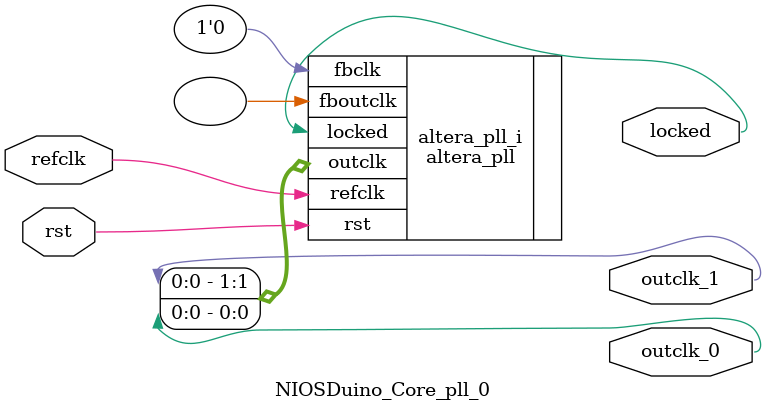
<source format=v>
`timescale 1ns/10ps
module  NIOSDuino_Core_pll_0(

	// interface 'refclk'
	input wire refclk,

	// interface 'reset'
	input wire rst,

	// interface 'outclk0'
	output wire outclk_0,

	// interface 'outclk1'
	output wire outclk_1,

	// interface 'locked'
	output wire locked
);

	altera_pll #(
		.fractional_vco_multiplier("false"),
		.reference_clock_frequency("12.0 MHz"),
		.operation_mode("direct"),
		.number_of_clocks(2),
		.output_clock_frequency0("50.000000 MHz"),
		.phase_shift0("0 ps"),
		.duty_cycle0(50),
		.output_clock_frequency1("50.000000 MHz"),
		.phase_shift1("15000 ps"),
		.duty_cycle1(50),
		.output_clock_frequency2("0 MHz"),
		.phase_shift2("0 ps"),
		.duty_cycle2(50),
		.output_clock_frequency3("0 MHz"),
		.phase_shift3("0 ps"),
		.duty_cycle3(50),
		.output_clock_frequency4("0 MHz"),
		.phase_shift4("0 ps"),
		.duty_cycle4(50),
		.output_clock_frequency5("0 MHz"),
		.phase_shift5("0 ps"),
		.duty_cycle5(50),
		.output_clock_frequency6("0 MHz"),
		.phase_shift6("0 ps"),
		.duty_cycle6(50),
		.output_clock_frequency7("0 MHz"),
		.phase_shift7("0 ps"),
		.duty_cycle7(50),
		.output_clock_frequency8("0 MHz"),
		.phase_shift8("0 ps"),
		.duty_cycle8(50),
		.output_clock_frequency9("0 MHz"),
		.phase_shift9("0 ps"),
		.duty_cycle9(50),
		.output_clock_frequency10("0 MHz"),
		.phase_shift10("0 ps"),
		.duty_cycle10(50),
		.output_clock_frequency11("0 MHz"),
		.phase_shift11("0 ps"),
		.duty_cycle11(50),
		.output_clock_frequency12("0 MHz"),
		.phase_shift12("0 ps"),
		.duty_cycle12(50),
		.output_clock_frequency13("0 MHz"),
		.phase_shift13("0 ps"),
		.duty_cycle13(50),
		.output_clock_frequency14("0 MHz"),
		.phase_shift14("0 ps"),
		.duty_cycle14(50),
		.output_clock_frequency15("0 MHz"),
		.phase_shift15("0 ps"),
		.duty_cycle15(50),
		.output_clock_frequency16("0 MHz"),
		.phase_shift16("0 ps"),
		.duty_cycle16(50),
		.output_clock_frequency17("0 MHz"),
		.phase_shift17("0 ps"),
		.duty_cycle17(50),
		.pll_type("General"),
		.pll_subtype("General")
	) altera_pll_i (
		.rst	(rst),
		.outclk	({outclk_1, outclk_0}),
		.locked	(locked),
		.fboutclk	( ),
		.fbclk	(1'b0),
		.refclk	(refclk)
	);
endmodule


</source>
